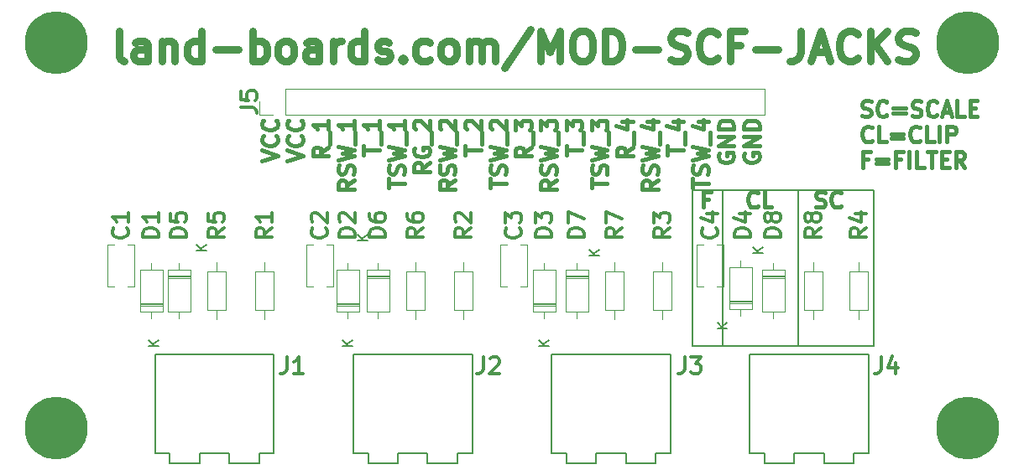
<source format=gto>
%TF.GenerationSoftware,KiCad,Pcbnew,(6.0.1)*%
%TF.CreationDate,2022-10-03T14:05:18-04:00*%
%TF.ProjectId,MOD-JACKS,4d4f442d-4a41-4434-9b53-2e6b69636164,rev?*%
%TF.SameCoordinates,Original*%
%TF.FileFunction,Legend,Top*%
%TF.FilePolarity,Positive*%
%FSLAX46Y46*%
G04 Gerber Fmt 4.6, Leading zero omitted, Abs format (unit mm)*
G04 Created by KiCad (PCBNEW (6.0.1)) date 2022-10-03 14:05:18*
%MOMM*%
%LPD*%
G01*
G04 APERTURE LIST*
%ADD10C,0.150000*%
%ADD11C,0.396875*%
%ADD12C,0.750000*%
%ADD13C,0.349250*%
%ADD14C,0.120000*%
%ADD15C,6.350000*%
G04 APERTURE END LIST*
D10*
X161290000Y-58928000D02*
X168910000Y-58928000D01*
X168910000Y-58928000D02*
X168910000Y-74676000D01*
X168910000Y-74676000D02*
X161290000Y-74676000D01*
X161290000Y-74676000D02*
X161290000Y-58928000D01*
X158242000Y-58928000D02*
X161290000Y-58928000D01*
X161290000Y-58928000D02*
X161290000Y-74676000D01*
X161290000Y-74676000D02*
X158242000Y-74676000D01*
X158242000Y-74676000D02*
X158242000Y-58928000D01*
X168910000Y-58928000D02*
X176530000Y-58928000D01*
X176530000Y-58928000D02*
X176530000Y-74676000D01*
X176530000Y-74676000D02*
X168910000Y-74676000D01*
X168910000Y-74676000D02*
X168910000Y-58928000D01*
D11*
X170681007Y-60586559D02*
X170907793Y-60662154D01*
X171285769Y-60662154D01*
X171436959Y-60586559D01*
X171512555Y-60510964D01*
X171588150Y-60359773D01*
X171588150Y-60208583D01*
X171512555Y-60057392D01*
X171436959Y-59981797D01*
X171285769Y-59906202D01*
X170983388Y-59830607D01*
X170832197Y-59755011D01*
X170756602Y-59679416D01*
X170681007Y-59528226D01*
X170681007Y-59377035D01*
X170756602Y-59225845D01*
X170832197Y-59150250D01*
X170983388Y-59074654D01*
X171361364Y-59074654D01*
X171588150Y-59150250D01*
X173175650Y-60510964D02*
X173100055Y-60586559D01*
X172873269Y-60662154D01*
X172722078Y-60662154D01*
X172495293Y-60586559D01*
X172344102Y-60435369D01*
X172268507Y-60284178D01*
X172192912Y-59981797D01*
X172192912Y-59755011D01*
X172268507Y-59452630D01*
X172344102Y-59301440D01*
X172495293Y-59150250D01*
X172722078Y-59074654D01*
X172873269Y-59074654D01*
X173100055Y-59150250D01*
X173175650Y-59225845D01*
X114803842Y-55950492D02*
X116391342Y-55421325D01*
X114803842Y-54892159D01*
X116240152Y-53455849D02*
X116315747Y-53531444D01*
X116391342Y-53758230D01*
X116391342Y-53909421D01*
X116315747Y-54136206D01*
X116164557Y-54287397D01*
X116013366Y-54362992D01*
X115710985Y-54438587D01*
X115484199Y-54438587D01*
X115181818Y-54362992D01*
X115030628Y-54287397D01*
X114879438Y-54136206D01*
X114803842Y-53909421D01*
X114803842Y-53758230D01*
X114879438Y-53531444D01*
X114955033Y-53455849D01*
X116240152Y-51868349D02*
X116315747Y-51943944D01*
X116391342Y-52170730D01*
X116391342Y-52321921D01*
X116315747Y-52548706D01*
X116164557Y-52699897D01*
X116013366Y-52775492D01*
X115710985Y-52851087D01*
X115484199Y-52851087D01*
X115181818Y-52775492D01*
X115030628Y-52699897D01*
X114879438Y-52548706D01*
X114803842Y-52321921D01*
X114803842Y-52170730D01*
X114879438Y-51943944D01*
X114955033Y-51868349D01*
X117359717Y-55950492D02*
X118947217Y-55421325D01*
X117359717Y-54892159D01*
X118796027Y-53455849D02*
X118871622Y-53531444D01*
X118947217Y-53758230D01*
X118947217Y-53909421D01*
X118871622Y-54136206D01*
X118720432Y-54287397D01*
X118569241Y-54362992D01*
X118266860Y-54438587D01*
X118040074Y-54438587D01*
X117737693Y-54362992D01*
X117586503Y-54287397D01*
X117435313Y-54136206D01*
X117359717Y-53909421D01*
X117359717Y-53758230D01*
X117435313Y-53531444D01*
X117510908Y-53455849D01*
X118796027Y-51868349D02*
X118871622Y-51943944D01*
X118947217Y-52170730D01*
X118947217Y-52321921D01*
X118871622Y-52548706D01*
X118720432Y-52699897D01*
X118569241Y-52775492D01*
X118266860Y-52851087D01*
X118040074Y-52851087D01*
X117737693Y-52775492D01*
X117586503Y-52699897D01*
X117435313Y-52548706D01*
X117359717Y-52321921D01*
X117359717Y-52170730D01*
X117435313Y-51943944D01*
X117510908Y-51868349D01*
X121503092Y-54589778D02*
X120747140Y-55118944D01*
X121503092Y-55496921D02*
X119915592Y-55496921D01*
X119915592Y-54892159D01*
X119991188Y-54740968D01*
X120066783Y-54665373D01*
X120217973Y-54589778D01*
X120444759Y-54589778D01*
X120595949Y-54665373D01*
X120671545Y-54740968D01*
X120747140Y-54892159D01*
X120747140Y-55496921D01*
X121654283Y-54287397D02*
X121654283Y-53077873D01*
X121503092Y-51868349D02*
X121503092Y-52775492D01*
X121503092Y-52321921D02*
X119915592Y-52321921D01*
X120142378Y-52473111D01*
X120293568Y-52624302D01*
X120369164Y-52775492D01*
X124058967Y-57915968D02*
X123303015Y-58445135D01*
X124058967Y-58823111D02*
X122471467Y-58823111D01*
X122471467Y-58218349D01*
X122547063Y-58067159D01*
X122622658Y-57991563D01*
X122773848Y-57915968D01*
X123000634Y-57915968D01*
X123151824Y-57991563D01*
X123227420Y-58067159D01*
X123303015Y-58218349D01*
X123303015Y-58823111D01*
X123983372Y-57311206D02*
X124058967Y-57084421D01*
X124058967Y-56706444D01*
X123983372Y-56555254D01*
X123907777Y-56479659D01*
X123756586Y-56404063D01*
X123605396Y-56404063D01*
X123454205Y-56479659D01*
X123378610Y-56555254D01*
X123303015Y-56706444D01*
X123227420Y-57008825D01*
X123151824Y-57160016D01*
X123076229Y-57235611D01*
X122925039Y-57311206D01*
X122773848Y-57311206D01*
X122622658Y-57235611D01*
X122547063Y-57160016D01*
X122471467Y-57008825D01*
X122471467Y-56630849D01*
X122547063Y-56404063D01*
X122471467Y-55874897D02*
X124058967Y-55496921D01*
X122925039Y-55194540D01*
X124058967Y-54892159D01*
X122471467Y-54514183D01*
X124210158Y-54287397D02*
X124210158Y-53077873D01*
X124058967Y-51868349D02*
X124058967Y-52775492D01*
X124058967Y-52321921D02*
X122471467Y-52321921D01*
X122698253Y-52473111D01*
X122849443Y-52624302D01*
X122925039Y-52775492D01*
X125027342Y-55345730D02*
X125027342Y-54438587D01*
X126614842Y-54892159D02*
X125027342Y-54892159D01*
X126766033Y-54287397D02*
X126766033Y-53077873D01*
X126614842Y-51868349D02*
X126614842Y-52775492D01*
X126614842Y-52321921D02*
X125027342Y-52321921D01*
X125254128Y-52473111D01*
X125405318Y-52624302D01*
X125480914Y-52775492D01*
X127583217Y-58671921D02*
X127583217Y-57764778D01*
X129170717Y-58218349D02*
X127583217Y-58218349D01*
X129095122Y-57311206D02*
X129170717Y-57084421D01*
X129170717Y-56706444D01*
X129095122Y-56555254D01*
X129019527Y-56479659D01*
X128868336Y-56404063D01*
X128717146Y-56404063D01*
X128565955Y-56479659D01*
X128490360Y-56555254D01*
X128414765Y-56706444D01*
X128339170Y-57008825D01*
X128263574Y-57160016D01*
X128187979Y-57235611D01*
X128036789Y-57311206D01*
X127885598Y-57311206D01*
X127734408Y-57235611D01*
X127658813Y-57160016D01*
X127583217Y-57008825D01*
X127583217Y-56630849D01*
X127658813Y-56404063D01*
X127583217Y-55874897D02*
X129170717Y-55496921D01*
X128036789Y-55194540D01*
X129170717Y-54892159D01*
X127583217Y-54514183D01*
X129321908Y-54287397D02*
X129321908Y-53077873D01*
X129170717Y-51868349D02*
X129170717Y-52775492D01*
X129170717Y-52321921D02*
X127583217Y-52321921D01*
X127810003Y-52473111D01*
X127961193Y-52624302D01*
X128036789Y-52775492D01*
X131726592Y-56177278D02*
X130970640Y-56706444D01*
X131726592Y-57084421D02*
X130139092Y-57084421D01*
X130139092Y-56479659D01*
X130214688Y-56328468D01*
X130290283Y-56252873D01*
X130441473Y-56177278D01*
X130668259Y-56177278D01*
X130819449Y-56252873D01*
X130895045Y-56328468D01*
X130970640Y-56479659D01*
X130970640Y-57084421D01*
X130214688Y-54665373D02*
X130139092Y-54816563D01*
X130139092Y-55043349D01*
X130214688Y-55270135D01*
X130365878Y-55421325D01*
X130517068Y-55496921D01*
X130819449Y-55572516D01*
X131046235Y-55572516D01*
X131348616Y-55496921D01*
X131499807Y-55421325D01*
X131650997Y-55270135D01*
X131726592Y-55043349D01*
X131726592Y-54892159D01*
X131650997Y-54665373D01*
X131575402Y-54589778D01*
X131046235Y-54589778D01*
X131046235Y-54892159D01*
X131877783Y-54287397D02*
X131877783Y-53077873D01*
X130290283Y-52775492D02*
X130214688Y-52699897D01*
X130139092Y-52548706D01*
X130139092Y-52170730D01*
X130214688Y-52019540D01*
X130290283Y-51943944D01*
X130441473Y-51868349D01*
X130592664Y-51868349D01*
X130819449Y-51943944D01*
X131726592Y-52851087D01*
X131726592Y-51868349D01*
X134282467Y-57915968D02*
X133526515Y-58445135D01*
X134282467Y-58823111D02*
X132694967Y-58823111D01*
X132694967Y-58218349D01*
X132770563Y-58067159D01*
X132846158Y-57991563D01*
X132997348Y-57915968D01*
X133224134Y-57915968D01*
X133375324Y-57991563D01*
X133450920Y-58067159D01*
X133526515Y-58218349D01*
X133526515Y-58823111D01*
X134206872Y-57311206D02*
X134282467Y-57084421D01*
X134282467Y-56706444D01*
X134206872Y-56555254D01*
X134131277Y-56479659D01*
X133980086Y-56404063D01*
X133828896Y-56404063D01*
X133677705Y-56479659D01*
X133602110Y-56555254D01*
X133526515Y-56706444D01*
X133450920Y-57008825D01*
X133375324Y-57160016D01*
X133299729Y-57235611D01*
X133148539Y-57311206D01*
X132997348Y-57311206D01*
X132846158Y-57235611D01*
X132770563Y-57160016D01*
X132694967Y-57008825D01*
X132694967Y-56630849D01*
X132770563Y-56404063D01*
X132694967Y-55874897D02*
X134282467Y-55496921D01*
X133148539Y-55194540D01*
X134282467Y-54892159D01*
X132694967Y-54514183D01*
X134433658Y-54287397D02*
X134433658Y-53077873D01*
X132846158Y-52775492D02*
X132770563Y-52699897D01*
X132694967Y-52548706D01*
X132694967Y-52170730D01*
X132770563Y-52019540D01*
X132846158Y-51943944D01*
X132997348Y-51868349D01*
X133148539Y-51868349D01*
X133375324Y-51943944D01*
X134282467Y-52851087D01*
X134282467Y-51868349D01*
X135250842Y-55345730D02*
X135250842Y-54438587D01*
X136838342Y-54892159D02*
X135250842Y-54892159D01*
X136989533Y-54287397D02*
X136989533Y-53077873D01*
X135402033Y-52775492D02*
X135326438Y-52699897D01*
X135250842Y-52548706D01*
X135250842Y-52170730D01*
X135326438Y-52019540D01*
X135402033Y-51943944D01*
X135553223Y-51868349D01*
X135704414Y-51868349D01*
X135931199Y-51943944D01*
X136838342Y-52851087D01*
X136838342Y-51868349D01*
X137806717Y-58671921D02*
X137806717Y-57764778D01*
X139394217Y-58218349D02*
X137806717Y-58218349D01*
X139318622Y-57311206D02*
X139394217Y-57084421D01*
X139394217Y-56706444D01*
X139318622Y-56555254D01*
X139243027Y-56479659D01*
X139091836Y-56404063D01*
X138940646Y-56404063D01*
X138789455Y-56479659D01*
X138713860Y-56555254D01*
X138638265Y-56706444D01*
X138562670Y-57008825D01*
X138487074Y-57160016D01*
X138411479Y-57235611D01*
X138260289Y-57311206D01*
X138109098Y-57311206D01*
X137957908Y-57235611D01*
X137882313Y-57160016D01*
X137806717Y-57008825D01*
X137806717Y-56630849D01*
X137882313Y-56404063D01*
X137806717Y-55874897D02*
X139394217Y-55496921D01*
X138260289Y-55194540D01*
X139394217Y-54892159D01*
X137806717Y-54514183D01*
X139545408Y-54287397D02*
X139545408Y-53077873D01*
X137957908Y-52775492D02*
X137882313Y-52699897D01*
X137806717Y-52548706D01*
X137806717Y-52170730D01*
X137882313Y-52019540D01*
X137957908Y-51943944D01*
X138109098Y-51868349D01*
X138260289Y-51868349D01*
X138487074Y-51943944D01*
X139394217Y-52851087D01*
X139394217Y-51868349D01*
X141950092Y-54589778D02*
X141194140Y-55118944D01*
X141950092Y-55496921D02*
X140362592Y-55496921D01*
X140362592Y-54892159D01*
X140438188Y-54740968D01*
X140513783Y-54665373D01*
X140664973Y-54589778D01*
X140891759Y-54589778D01*
X141042949Y-54665373D01*
X141118545Y-54740968D01*
X141194140Y-54892159D01*
X141194140Y-55496921D01*
X142101283Y-54287397D02*
X142101283Y-53077873D01*
X140362592Y-52851087D02*
X140362592Y-51868349D01*
X140967354Y-52397516D01*
X140967354Y-52170730D01*
X141042949Y-52019540D01*
X141118545Y-51943944D01*
X141269735Y-51868349D01*
X141647711Y-51868349D01*
X141798902Y-51943944D01*
X141874497Y-52019540D01*
X141950092Y-52170730D01*
X141950092Y-52624302D01*
X141874497Y-52775492D01*
X141798902Y-52851087D01*
X144505967Y-57915968D02*
X143750015Y-58445135D01*
X144505967Y-58823111D02*
X142918467Y-58823111D01*
X142918467Y-58218349D01*
X142994063Y-58067159D01*
X143069658Y-57991563D01*
X143220848Y-57915968D01*
X143447634Y-57915968D01*
X143598824Y-57991563D01*
X143674420Y-58067159D01*
X143750015Y-58218349D01*
X143750015Y-58823111D01*
X144430372Y-57311206D02*
X144505967Y-57084421D01*
X144505967Y-56706444D01*
X144430372Y-56555254D01*
X144354777Y-56479659D01*
X144203586Y-56404063D01*
X144052396Y-56404063D01*
X143901205Y-56479659D01*
X143825610Y-56555254D01*
X143750015Y-56706444D01*
X143674420Y-57008825D01*
X143598824Y-57160016D01*
X143523229Y-57235611D01*
X143372039Y-57311206D01*
X143220848Y-57311206D01*
X143069658Y-57235611D01*
X142994063Y-57160016D01*
X142918467Y-57008825D01*
X142918467Y-56630849D01*
X142994063Y-56404063D01*
X142918467Y-55874897D02*
X144505967Y-55496921D01*
X143372039Y-55194540D01*
X144505967Y-54892159D01*
X142918467Y-54514183D01*
X144657158Y-54287397D02*
X144657158Y-53077873D01*
X142918467Y-52851087D02*
X142918467Y-51868349D01*
X143523229Y-52397516D01*
X143523229Y-52170730D01*
X143598824Y-52019540D01*
X143674420Y-51943944D01*
X143825610Y-51868349D01*
X144203586Y-51868349D01*
X144354777Y-51943944D01*
X144430372Y-52019540D01*
X144505967Y-52170730D01*
X144505967Y-52624302D01*
X144430372Y-52775492D01*
X144354777Y-52851087D01*
X145474342Y-55345730D02*
X145474342Y-54438587D01*
X147061842Y-54892159D02*
X145474342Y-54892159D01*
X147213033Y-54287397D02*
X147213033Y-53077873D01*
X145474342Y-52851087D02*
X145474342Y-51868349D01*
X146079104Y-52397516D01*
X146079104Y-52170730D01*
X146154699Y-52019540D01*
X146230295Y-51943944D01*
X146381485Y-51868349D01*
X146759461Y-51868349D01*
X146910652Y-51943944D01*
X146986247Y-52019540D01*
X147061842Y-52170730D01*
X147061842Y-52624302D01*
X146986247Y-52775492D01*
X146910652Y-52851087D01*
X148030217Y-58671921D02*
X148030217Y-57764778D01*
X149617717Y-58218349D02*
X148030217Y-58218349D01*
X149542122Y-57311206D02*
X149617717Y-57084421D01*
X149617717Y-56706444D01*
X149542122Y-56555254D01*
X149466527Y-56479659D01*
X149315336Y-56404063D01*
X149164146Y-56404063D01*
X149012955Y-56479659D01*
X148937360Y-56555254D01*
X148861765Y-56706444D01*
X148786170Y-57008825D01*
X148710574Y-57160016D01*
X148634979Y-57235611D01*
X148483789Y-57311206D01*
X148332598Y-57311206D01*
X148181408Y-57235611D01*
X148105813Y-57160016D01*
X148030217Y-57008825D01*
X148030217Y-56630849D01*
X148105813Y-56404063D01*
X148030217Y-55874897D02*
X149617717Y-55496921D01*
X148483789Y-55194540D01*
X149617717Y-54892159D01*
X148030217Y-54514183D01*
X149768908Y-54287397D02*
X149768908Y-53077873D01*
X148030217Y-52851087D02*
X148030217Y-51868349D01*
X148634979Y-52397516D01*
X148634979Y-52170730D01*
X148710574Y-52019540D01*
X148786170Y-51943944D01*
X148937360Y-51868349D01*
X149315336Y-51868349D01*
X149466527Y-51943944D01*
X149542122Y-52019540D01*
X149617717Y-52170730D01*
X149617717Y-52624302D01*
X149542122Y-52775492D01*
X149466527Y-52851087D01*
X152173592Y-54589778D02*
X151417640Y-55118944D01*
X152173592Y-55496921D02*
X150586092Y-55496921D01*
X150586092Y-54892159D01*
X150661688Y-54740968D01*
X150737283Y-54665373D01*
X150888473Y-54589778D01*
X151115259Y-54589778D01*
X151266449Y-54665373D01*
X151342045Y-54740968D01*
X151417640Y-54892159D01*
X151417640Y-55496921D01*
X152324783Y-54287397D02*
X152324783Y-53077873D01*
X151115259Y-52019540D02*
X152173592Y-52019540D01*
X150510497Y-52397516D02*
X151644426Y-52775492D01*
X151644426Y-51792754D01*
X154729467Y-57915968D02*
X153973515Y-58445135D01*
X154729467Y-58823111D02*
X153141967Y-58823111D01*
X153141967Y-58218349D01*
X153217563Y-58067159D01*
X153293158Y-57991563D01*
X153444348Y-57915968D01*
X153671134Y-57915968D01*
X153822324Y-57991563D01*
X153897920Y-58067159D01*
X153973515Y-58218349D01*
X153973515Y-58823111D01*
X154653872Y-57311206D02*
X154729467Y-57084421D01*
X154729467Y-56706444D01*
X154653872Y-56555254D01*
X154578277Y-56479659D01*
X154427086Y-56404063D01*
X154275896Y-56404063D01*
X154124705Y-56479659D01*
X154049110Y-56555254D01*
X153973515Y-56706444D01*
X153897920Y-57008825D01*
X153822324Y-57160016D01*
X153746729Y-57235611D01*
X153595539Y-57311206D01*
X153444348Y-57311206D01*
X153293158Y-57235611D01*
X153217563Y-57160016D01*
X153141967Y-57008825D01*
X153141967Y-56630849D01*
X153217563Y-56404063D01*
X153141967Y-55874897D02*
X154729467Y-55496921D01*
X153595539Y-55194540D01*
X154729467Y-54892159D01*
X153141967Y-54514183D01*
X154880658Y-54287397D02*
X154880658Y-53077873D01*
X153671134Y-52019540D02*
X154729467Y-52019540D01*
X153066372Y-52397516D02*
X154200301Y-52775492D01*
X154200301Y-51792754D01*
X155697842Y-55345730D02*
X155697842Y-54438587D01*
X157285342Y-54892159D02*
X155697842Y-54892159D01*
X157436533Y-54287397D02*
X157436533Y-53077873D01*
X156227009Y-52019540D02*
X157285342Y-52019540D01*
X155622247Y-52397516D02*
X156756176Y-52775492D01*
X156756176Y-51792754D01*
X158253717Y-58671921D02*
X158253717Y-57764778D01*
X159841217Y-58218349D02*
X158253717Y-58218349D01*
X159765622Y-57311206D02*
X159841217Y-57084421D01*
X159841217Y-56706444D01*
X159765622Y-56555254D01*
X159690027Y-56479659D01*
X159538836Y-56404063D01*
X159387646Y-56404063D01*
X159236455Y-56479659D01*
X159160860Y-56555254D01*
X159085265Y-56706444D01*
X159009670Y-57008825D01*
X158934074Y-57160016D01*
X158858479Y-57235611D01*
X158707289Y-57311206D01*
X158556098Y-57311206D01*
X158404908Y-57235611D01*
X158329313Y-57160016D01*
X158253717Y-57008825D01*
X158253717Y-56630849D01*
X158329313Y-56404063D01*
X158253717Y-55874897D02*
X159841217Y-55496921D01*
X158707289Y-55194540D01*
X159841217Y-54892159D01*
X158253717Y-54514183D01*
X159992408Y-54287397D02*
X159992408Y-53077873D01*
X158782884Y-52019540D02*
X159841217Y-52019540D01*
X158178122Y-52397516D02*
X159312051Y-52775492D01*
X159312051Y-51792754D01*
X160885188Y-55194540D02*
X160809592Y-55345730D01*
X160809592Y-55572516D01*
X160885188Y-55799302D01*
X161036378Y-55950492D01*
X161187568Y-56026087D01*
X161489949Y-56101683D01*
X161716735Y-56101683D01*
X162019116Y-56026087D01*
X162170307Y-55950492D01*
X162321497Y-55799302D01*
X162397092Y-55572516D01*
X162397092Y-55421325D01*
X162321497Y-55194540D01*
X162245902Y-55118944D01*
X161716735Y-55118944D01*
X161716735Y-55421325D01*
X162397092Y-54438587D02*
X160809592Y-54438587D01*
X162397092Y-53531444D01*
X160809592Y-53531444D01*
X162397092Y-52775492D02*
X160809592Y-52775492D01*
X160809592Y-52397516D01*
X160885188Y-52170730D01*
X161036378Y-52019540D01*
X161187568Y-51943944D01*
X161489949Y-51868349D01*
X161716735Y-51868349D01*
X162019116Y-51943944D01*
X162170307Y-52019540D01*
X162321497Y-52170730D01*
X162397092Y-52397516D01*
X162397092Y-52775492D01*
X163441063Y-55194540D02*
X163365467Y-55345730D01*
X163365467Y-55572516D01*
X163441063Y-55799302D01*
X163592253Y-55950492D01*
X163743443Y-56026087D01*
X164045824Y-56101683D01*
X164272610Y-56101683D01*
X164574991Y-56026087D01*
X164726182Y-55950492D01*
X164877372Y-55799302D01*
X164952967Y-55572516D01*
X164952967Y-55421325D01*
X164877372Y-55194540D01*
X164801777Y-55118944D01*
X164272610Y-55118944D01*
X164272610Y-55421325D01*
X164952967Y-54438587D02*
X163365467Y-54438587D01*
X164952967Y-53531444D01*
X163365467Y-53531444D01*
X164952967Y-52775492D02*
X163365467Y-52775492D01*
X163365467Y-52397516D01*
X163441063Y-52170730D01*
X163592253Y-52019540D01*
X163743443Y-51943944D01*
X164045824Y-51868349D01*
X164272610Y-51868349D01*
X164574991Y-51943944D01*
X164726182Y-52019540D01*
X164877372Y-52170730D01*
X164952967Y-52397516D01*
X164952967Y-52775492D01*
X164778531Y-60510964D02*
X164702936Y-60586559D01*
X164476150Y-60662154D01*
X164324959Y-60662154D01*
X164098174Y-60586559D01*
X163946983Y-60435369D01*
X163871388Y-60284178D01*
X163795793Y-59981797D01*
X163795793Y-59755011D01*
X163871388Y-59452630D01*
X163946983Y-59301440D01*
X164098174Y-59150250D01*
X164324959Y-59074654D01*
X164476150Y-59074654D01*
X164702936Y-59150250D01*
X164778531Y-59225845D01*
X166214840Y-60662154D02*
X165458888Y-60662154D01*
X165458888Y-59074654D01*
X159816459Y-59830607D02*
X159287293Y-59830607D01*
X159287293Y-60662154D02*
X159287293Y-59074654D01*
X160043245Y-59074654D01*
X175312349Y-51426684D02*
X175539135Y-51502279D01*
X175917111Y-51502279D01*
X176068302Y-51426684D01*
X176143897Y-51351089D01*
X176219492Y-51199898D01*
X176219492Y-51048708D01*
X176143897Y-50897517D01*
X176068302Y-50821922D01*
X175917111Y-50746327D01*
X175614730Y-50670732D01*
X175463540Y-50595136D01*
X175387944Y-50519541D01*
X175312349Y-50368351D01*
X175312349Y-50217160D01*
X175387944Y-50065970D01*
X175463540Y-49990375D01*
X175614730Y-49914779D01*
X175992706Y-49914779D01*
X176219492Y-49990375D01*
X177806992Y-51351089D02*
X177731397Y-51426684D01*
X177504611Y-51502279D01*
X177353421Y-51502279D01*
X177126635Y-51426684D01*
X176975444Y-51275494D01*
X176899849Y-51124303D01*
X176824254Y-50821922D01*
X176824254Y-50595136D01*
X176899849Y-50292755D01*
X176975444Y-50141565D01*
X177126635Y-49990375D01*
X177353421Y-49914779D01*
X177504611Y-49914779D01*
X177731397Y-49990375D01*
X177806992Y-50065970D01*
X178487349Y-50670732D02*
X179696873Y-50670732D01*
X179696873Y-51124303D02*
X178487349Y-51124303D01*
X180377230Y-51426684D02*
X180604016Y-51502279D01*
X180981992Y-51502279D01*
X181133183Y-51426684D01*
X181208778Y-51351089D01*
X181284373Y-51199898D01*
X181284373Y-51048708D01*
X181208778Y-50897517D01*
X181133183Y-50821922D01*
X180981992Y-50746327D01*
X180679611Y-50670732D01*
X180528421Y-50595136D01*
X180452825Y-50519541D01*
X180377230Y-50368351D01*
X180377230Y-50217160D01*
X180452825Y-50065970D01*
X180528421Y-49990375D01*
X180679611Y-49914779D01*
X181057587Y-49914779D01*
X181284373Y-49990375D01*
X182871873Y-51351089D02*
X182796278Y-51426684D01*
X182569492Y-51502279D01*
X182418302Y-51502279D01*
X182191516Y-51426684D01*
X182040325Y-51275494D01*
X181964730Y-51124303D01*
X181889135Y-50821922D01*
X181889135Y-50595136D01*
X181964730Y-50292755D01*
X182040325Y-50141565D01*
X182191516Y-49990375D01*
X182418302Y-49914779D01*
X182569492Y-49914779D01*
X182796278Y-49990375D01*
X182871873Y-50065970D01*
X183476635Y-51048708D02*
X184232587Y-51048708D01*
X183325444Y-51502279D02*
X183854611Y-49914779D01*
X184383778Y-51502279D01*
X185668897Y-51502279D02*
X184912944Y-51502279D01*
X184912944Y-49914779D01*
X186198063Y-50670732D02*
X186727230Y-50670732D01*
X186954016Y-51502279D02*
X186198063Y-51502279D01*
X186198063Y-49914779D01*
X186954016Y-49914779D01*
X176295087Y-53906964D02*
X176219492Y-53982559D01*
X175992706Y-54058154D01*
X175841516Y-54058154D01*
X175614730Y-53982559D01*
X175463540Y-53831369D01*
X175387944Y-53680178D01*
X175312349Y-53377797D01*
X175312349Y-53151011D01*
X175387944Y-52848630D01*
X175463540Y-52697440D01*
X175614730Y-52546250D01*
X175841516Y-52470654D01*
X175992706Y-52470654D01*
X176219492Y-52546250D01*
X176295087Y-52621845D01*
X177731397Y-54058154D02*
X176975444Y-54058154D01*
X176975444Y-52470654D01*
X178260563Y-53226607D02*
X179470087Y-53226607D01*
X179470087Y-53680178D02*
X178260563Y-53680178D01*
X181133183Y-53906964D02*
X181057587Y-53982559D01*
X180830802Y-54058154D01*
X180679611Y-54058154D01*
X180452825Y-53982559D01*
X180301635Y-53831369D01*
X180226040Y-53680178D01*
X180150444Y-53377797D01*
X180150444Y-53151011D01*
X180226040Y-52848630D01*
X180301635Y-52697440D01*
X180452825Y-52546250D01*
X180679611Y-52470654D01*
X180830802Y-52470654D01*
X181057587Y-52546250D01*
X181133183Y-52621845D01*
X182569492Y-54058154D02*
X181813540Y-54058154D01*
X181813540Y-52470654D01*
X183098659Y-54058154D02*
X183098659Y-52470654D01*
X183854611Y-54058154D02*
X183854611Y-52470654D01*
X184459373Y-52470654D01*
X184610563Y-52546250D01*
X184686159Y-52621845D01*
X184761754Y-52773035D01*
X184761754Y-52999821D01*
X184686159Y-53151011D01*
X184610563Y-53226607D01*
X184459373Y-53302202D01*
X183854611Y-53302202D01*
X175917111Y-55782482D02*
X175387944Y-55782482D01*
X175387944Y-56614029D02*
X175387944Y-55026529D01*
X176143897Y-55026529D01*
X176748659Y-55782482D02*
X177958183Y-55782482D01*
X177958183Y-56236053D02*
X176748659Y-56236053D01*
X179243302Y-55782482D02*
X178714135Y-55782482D01*
X178714135Y-56614029D02*
X178714135Y-55026529D01*
X179470087Y-55026529D01*
X180074849Y-56614029D02*
X180074849Y-55026529D01*
X181586754Y-56614029D02*
X180830802Y-56614029D01*
X180830802Y-55026529D01*
X181889135Y-55026529D02*
X182796278Y-55026529D01*
X182342706Y-56614029D02*
X182342706Y-55026529D01*
X183325444Y-55782482D02*
X183854611Y-55782482D01*
X184081397Y-56614029D02*
X183325444Y-56614029D01*
X183325444Y-55026529D01*
X184081397Y-55026529D01*
X185668897Y-56614029D02*
X185139730Y-55858077D01*
X184761754Y-56614029D02*
X184761754Y-55026529D01*
X185366516Y-55026529D01*
X185517706Y-55102125D01*
X185593302Y-55177720D01*
X185668897Y-55328910D01*
X185668897Y-55555696D01*
X185593302Y-55706886D01*
X185517706Y-55782482D01*
X185366516Y-55858077D01*
X184761754Y-55858077D01*
D12*
X100857154Y-45857155D02*
X100571439Y-45714298D01*
X100428582Y-45428584D01*
X100428582Y-42857156D01*
X103285724Y-45857155D02*
X103285724Y-44285727D01*
X103142867Y-44000013D01*
X102857153Y-43857156D01*
X102285725Y-43857156D01*
X102000010Y-44000013D01*
X103285724Y-45714298D02*
X103000010Y-45857155D01*
X102285725Y-45857155D01*
X102000010Y-45714298D01*
X101857153Y-45428584D01*
X101857153Y-45142869D01*
X102000010Y-44857155D01*
X102285725Y-44714298D01*
X103000010Y-44714298D01*
X103285724Y-44571441D01*
X104714295Y-43857156D02*
X104714295Y-45857155D01*
X104714295Y-44142870D02*
X104857152Y-44000013D01*
X105142866Y-43857156D01*
X105571438Y-43857156D01*
X105857152Y-44000013D01*
X106000009Y-44285727D01*
X106000009Y-45857155D01*
X108714294Y-45857155D02*
X108714294Y-42857156D01*
X108714294Y-45714298D02*
X108428580Y-45857155D01*
X107857151Y-45857155D01*
X107571437Y-45714298D01*
X107428580Y-45571441D01*
X107285723Y-45285727D01*
X107285723Y-44428584D01*
X107428580Y-44142870D01*
X107571437Y-44000013D01*
X107857151Y-43857156D01*
X108428580Y-43857156D01*
X108714294Y-44000013D01*
X110142865Y-44714298D02*
X112428578Y-44714298D01*
X113857149Y-45857155D02*
X113857149Y-42857156D01*
X113857149Y-44000013D02*
X114142863Y-43857156D01*
X114714292Y-43857156D01*
X115000006Y-44000013D01*
X115142863Y-44142870D01*
X115285720Y-44428584D01*
X115285720Y-45285727D01*
X115142863Y-45571441D01*
X115000006Y-45714298D01*
X114714292Y-45857155D01*
X114142863Y-45857155D01*
X113857149Y-45714298D01*
X117000005Y-45857155D02*
X116714291Y-45714298D01*
X116571434Y-45571441D01*
X116428577Y-45285727D01*
X116428577Y-44428584D01*
X116571434Y-44142870D01*
X116714291Y-44000013D01*
X117000005Y-43857156D01*
X117428577Y-43857156D01*
X117714291Y-44000013D01*
X117857148Y-44142870D01*
X118000005Y-44428584D01*
X118000005Y-45285727D01*
X117857148Y-45571441D01*
X117714291Y-45714298D01*
X117428577Y-45857155D01*
X117000005Y-45857155D01*
X120571433Y-45857155D02*
X120571433Y-44285727D01*
X120428576Y-44000013D01*
X120142861Y-43857156D01*
X119571433Y-43857156D01*
X119285719Y-44000013D01*
X120571433Y-45714298D02*
X120285719Y-45857155D01*
X119571433Y-45857155D01*
X119285719Y-45714298D01*
X119142862Y-45428584D01*
X119142862Y-45142869D01*
X119285719Y-44857155D01*
X119571433Y-44714298D01*
X120285719Y-44714298D01*
X120571433Y-44571441D01*
X122000004Y-45857155D02*
X122000004Y-43857156D01*
X122000004Y-44428584D02*
X122142861Y-44142870D01*
X122285718Y-44000013D01*
X122571432Y-43857156D01*
X122857146Y-43857156D01*
X125142860Y-45857155D02*
X125142860Y-42857156D01*
X125142860Y-45714298D02*
X124857146Y-45857155D01*
X124285717Y-45857155D01*
X124000003Y-45714298D01*
X123857146Y-45571441D01*
X123714289Y-45285727D01*
X123714289Y-44428584D01*
X123857146Y-44142870D01*
X124000003Y-44000013D01*
X124285717Y-43857156D01*
X124857146Y-43857156D01*
X125142860Y-44000013D01*
X126428574Y-45714298D02*
X126714288Y-45857155D01*
X127285716Y-45857155D01*
X127571430Y-45714298D01*
X127714287Y-45428584D01*
X127714287Y-45285727D01*
X127571430Y-45000012D01*
X127285716Y-44857155D01*
X126857145Y-44857155D01*
X126571431Y-44714298D01*
X126428574Y-44428584D01*
X126428574Y-44285727D01*
X126571431Y-44000013D01*
X126857145Y-43857156D01*
X127285716Y-43857156D01*
X127571430Y-44000013D01*
X129000001Y-45571441D02*
X129142858Y-45714298D01*
X129000001Y-45857155D01*
X128857144Y-45714298D01*
X129000001Y-45571441D01*
X129000001Y-45857155D01*
X131714286Y-45714298D02*
X131428572Y-45857155D01*
X130857144Y-45857155D01*
X130571429Y-45714298D01*
X130428572Y-45571441D01*
X130285715Y-45285727D01*
X130285715Y-44428584D01*
X130428572Y-44142870D01*
X130571429Y-44000013D01*
X130857144Y-43857156D01*
X131428572Y-43857156D01*
X131714286Y-44000013D01*
X133428571Y-45857155D02*
X133142857Y-45714298D01*
X133000000Y-45571441D01*
X132857143Y-45285727D01*
X132857143Y-44428584D01*
X133000000Y-44142870D01*
X133142857Y-44000013D01*
X133428571Y-43857156D01*
X133857143Y-43857156D01*
X134142857Y-44000013D01*
X134285714Y-44142870D01*
X134428571Y-44428584D01*
X134428571Y-45285727D01*
X134285714Y-45571441D01*
X134142857Y-45714298D01*
X133857143Y-45857155D01*
X133428571Y-45857155D01*
X135714285Y-45857155D02*
X135714285Y-43857156D01*
X135714285Y-44142870D02*
X135857142Y-44000013D01*
X136142856Y-43857156D01*
X136571427Y-43857156D01*
X136857142Y-44000013D01*
X136999999Y-44285727D01*
X136999999Y-45857155D01*
X136999999Y-44285727D02*
X137142856Y-44000013D01*
X137428570Y-43857156D01*
X137857141Y-43857156D01*
X138142855Y-44000013D01*
X138285713Y-44285727D01*
X138285713Y-45857155D01*
X141857140Y-42714299D02*
X139285712Y-46571440D01*
X142857140Y-45857155D02*
X142857140Y-42857156D01*
X143857139Y-45000012D01*
X144857139Y-42857156D01*
X144857139Y-45857155D01*
X146857138Y-42857156D02*
X147428567Y-42857156D01*
X147714281Y-43000013D01*
X147999995Y-43285727D01*
X148142852Y-43857156D01*
X148142852Y-44857155D01*
X147999995Y-45428584D01*
X147714281Y-45714298D01*
X147428567Y-45857155D01*
X146857138Y-45857155D01*
X146571424Y-45714298D01*
X146285710Y-45428584D01*
X146142853Y-44857155D01*
X146142853Y-43857156D01*
X146285710Y-43285727D01*
X146571424Y-43000013D01*
X146857138Y-42857156D01*
X149428566Y-45857155D02*
X149428566Y-42857156D01*
X150142851Y-42857156D01*
X150571423Y-43000013D01*
X150857137Y-43285727D01*
X150999994Y-43571441D01*
X151142851Y-44142870D01*
X151142851Y-44571441D01*
X150999994Y-45142869D01*
X150857137Y-45428584D01*
X150571423Y-45714298D01*
X150142851Y-45857155D01*
X149428566Y-45857155D01*
X152428565Y-44714298D02*
X154714278Y-44714298D01*
X155999992Y-45714298D02*
X156428564Y-45857155D01*
X157142849Y-45857155D01*
X157428563Y-45714298D01*
X157571420Y-45571441D01*
X157714277Y-45285727D01*
X157714277Y-45000012D01*
X157571420Y-44714298D01*
X157428563Y-44571441D01*
X157142849Y-44428584D01*
X156571421Y-44285727D01*
X156285707Y-44142870D01*
X156142849Y-44000013D01*
X155999992Y-43714298D01*
X155999992Y-43428584D01*
X156142849Y-43142870D01*
X156285707Y-43000013D01*
X156571421Y-42857156D01*
X157285706Y-42857156D01*
X157714277Y-43000013D01*
X160714276Y-45571441D02*
X160571419Y-45714298D01*
X160142848Y-45857155D01*
X159857134Y-45857155D01*
X159428563Y-45714298D01*
X159142848Y-45428584D01*
X158999991Y-45142869D01*
X158857134Y-44571441D01*
X158857134Y-44142870D01*
X158999991Y-43571441D01*
X159142848Y-43285727D01*
X159428563Y-43000013D01*
X159857134Y-42857156D01*
X160142848Y-42857156D01*
X160571419Y-43000013D01*
X160714276Y-43142870D01*
X162999990Y-44285727D02*
X161999990Y-44285727D01*
X161999990Y-45857155D02*
X161999990Y-42857156D01*
X163428561Y-42857156D01*
X164571418Y-44714298D02*
X166857132Y-44714298D01*
X169142845Y-42857156D02*
X169142845Y-45000012D01*
X168999988Y-45428584D01*
X168714274Y-45714298D01*
X168285703Y-45857155D01*
X167999988Y-45857155D01*
X170428559Y-45000012D02*
X171857130Y-45000012D01*
X170142845Y-45857155D02*
X171142844Y-42857156D01*
X172142844Y-45857155D01*
X174857129Y-45571441D02*
X174714272Y-45714298D01*
X174285701Y-45857155D01*
X173999986Y-45857155D01*
X173571415Y-45714298D01*
X173285701Y-45428584D01*
X173142844Y-45142869D01*
X172999987Y-44571441D01*
X172999987Y-44142870D01*
X173142844Y-43571441D01*
X173285701Y-43285727D01*
X173571415Y-43000013D01*
X173999986Y-42857156D01*
X174285701Y-42857156D01*
X174714272Y-43000013D01*
X174857129Y-43142870D01*
X176142843Y-45857155D02*
X176142843Y-42857156D01*
X177857128Y-45857155D02*
X176571414Y-44142870D01*
X177857128Y-42857156D02*
X176142843Y-44571441D01*
X178999985Y-45714298D02*
X179428556Y-45857155D01*
X180142841Y-45857155D01*
X180428556Y-45714298D01*
X180571413Y-45571441D01*
X180714270Y-45285727D01*
X180714270Y-45000012D01*
X180571413Y-44714298D01*
X180428556Y-44571441D01*
X180142841Y-44428584D01*
X179571413Y-44285727D01*
X179285699Y-44142870D01*
X179142842Y-44000013D01*
X178999985Y-43714298D01*
X178999985Y-43428584D01*
X179142842Y-43142870D01*
X179285699Y-43000013D01*
X179571413Y-42857156D01*
X180285699Y-42857156D01*
X180714270Y-43000013D01*
D13*
%TO.C,R8*%
X171180880Y-62759166D02*
X170394690Y-63309500D01*
X171180880Y-63702595D02*
X169529880Y-63702595D01*
X169529880Y-63073642D01*
X169608500Y-62916404D01*
X169687119Y-62837785D01*
X169844357Y-62759166D01*
X170080214Y-62759166D01*
X170237452Y-62837785D01*
X170316071Y-62916404D01*
X170394690Y-63073642D01*
X170394690Y-63702595D01*
X170237452Y-61815738D02*
X170158833Y-61972976D01*
X170080214Y-62051595D01*
X169922976Y-62130214D01*
X169844357Y-62130214D01*
X169687119Y-62051595D01*
X169608500Y-61972976D01*
X169529880Y-61815738D01*
X169529880Y-61501261D01*
X169608500Y-61344023D01*
X169687119Y-61265404D01*
X169844357Y-61186785D01*
X169922976Y-61186785D01*
X170080214Y-61265404D01*
X170158833Y-61344023D01*
X170237452Y-61501261D01*
X170237452Y-61815738D01*
X170316071Y-61972976D01*
X170394690Y-62051595D01*
X170551928Y-62130214D01*
X170866404Y-62130214D01*
X171023642Y-62051595D01*
X171102261Y-61972976D01*
X171180880Y-61815738D01*
X171180880Y-61501261D01*
X171102261Y-61344023D01*
X171023642Y-61265404D01*
X170866404Y-61186785D01*
X170551928Y-61186785D01*
X170394690Y-61265404D01*
X170316071Y-61344023D01*
X170237452Y-61501261D01*
%TO.C,J2*%
X137117666Y-75803880D02*
X137117666Y-76983166D01*
X137039047Y-77219023D01*
X136881809Y-77376261D01*
X136645952Y-77454880D01*
X136488714Y-77454880D01*
X137825238Y-75961119D02*
X137903857Y-75882500D01*
X138061095Y-75803880D01*
X138454190Y-75803880D01*
X138611428Y-75882500D01*
X138690047Y-75961119D01*
X138768666Y-76118357D01*
X138768666Y-76275595D01*
X138690047Y-76511452D01*
X137746619Y-77454880D01*
X138768666Y-77454880D01*
%TO.C,D8*%
X167116880Y-63702595D02*
X165465880Y-63702595D01*
X165465880Y-63309500D01*
X165544500Y-63073642D01*
X165701738Y-62916404D01*
X165858976Y-62837785D01*
X166173452Y-62759166D01*
X166409309Y-62759166D01*
X166723785Y-62837785D01*
X166881023Y-62916404D01*
X167038261Y-63073642D01*
X167116880Y-63309500D01*
X167116880Y-63702595D01*
X166173452Y-61815738D02*
X166094833Y-61972976D01*
X166016214Y-62051595D01*
X165858976Y-62130214D01*
X165780357Y-62130214D01*
X165623119Y-62051595D01*
X165544500Y-61972976D01*
X165465880Y-61815738D01*
X165465880Y-61501261D01*
X165544500Y-61344023D01*
X165623119Y-61265404D01*
X165780357Y-61186785D01*
X165858976Y-61186785D01*
X166016214Y-61265404D01*
X166094833Y-61344023D01*
X166173452Y-61501261D01*
X166173452Y-61815738D01*
X166252071Y-61972976D01*
X166330690Y-62051595D01*
X166487928Y-62130214D01*
X166802404Y-62130214D01*
X166959642Y-62051595D01*
X167038261Y-61972976D01*
X167116880Y-61815738D01*
X167116880Y-61501261D01*
X167038261Y-61344023D01*
X166959642Y-61265404D01*
X166802404Y-61186785D01*
X166487928Y-61186785D01*
X166330690Y-61265404D01*
X166252071Y-61344023D01*
X166173452Y-61501261D01*
D10*
X165298380Y-65285904D02*
X164298380Y-65285904D01*
X165298380Y-64714476D02*
X164726952Y-65143047D01*
X164298380Y-64714476D02*
X164869809Y-65285904D01*
D13*
%TO.C,R1*%
X115808880Y-62759166D02*
X115022690Y-63309500D01*
X115808880Y-63702595D02*
X114157880Y-63702595D01*
X114157880Y-63073642D01*
X114236500Y-62916404D01*
X114315119Y-62837785D01*
X114472357Y-62759166D01*
X114708214Y-62759166D01*
X114865452Y-62837785D01*
X114944071Y-62916404D01*
X115022690Y-63073642D01*
X115022690Y-63702595D01*
X115808880Y-61186785D02*
X115808880Y-62130214D01*
X115808880Y-61658500D02*
X114157880Y-61658500D01*
X114393738Y-61815738D01*
X114550976Y-61972976D01*
X114629595Y-62130214D01*
%TO.C,D4*%
X164068880Y-63702595D02*
X162417880Y-63702595D01*
X162417880Y-63309500D01*
X162496500Y-63073642D01*
X162653738Y-62916404D01*
X162810976Y-62837785D01*
X163125452Y-62759166D01*
X163361309Y-62759166D01*
X163675785Y-62837785D01*
X163833023Y-62916404D01*
X163990261Y-63073642D01*
X164068880Y-63309500D01*
X164068880Y-63702595D01*
X162968214Y-61344023D02*
X164068880Y-61344023D01*
X162339261Y-61737119D02*
X163518547Y-62130214D01*
X163518547Y-61108166D01*
D10*
X161720380Y-72905904D02*
X160720380Y-72905904D01*
X161720380Y-72334476D02*
X161148952Y-72763047D01*
X160720380Y-72334476D02*
X161291809Y-72905904D01*
D13*
%TO.C,R3*%
X155940880Y-62759166D02*
X155154690Y-63309500D01*
X155940880Y-63702595D02*
X154289880Y-63702595D01*
X154289880Y-63073642D01*
X154368500Y-62916404D01*
X154447119Y-62837785D01*
X154604357Y-62759166D01*
X154840214Y-62759166D01*
X154997452Y-62837785D01*
X155076071Y-62916404D01*
X155154690Y-63073642D01*
X155154690Y-63702595D01*
X154289880Y-62208833D02*
X154289880Y-61186785D01*
X154918833Y-61737119D01*
X154918833Y-61501261D01*
X154997452Y-61344023D01*
X155076071Y-61265404D01*
X155233309Y-61186785D01*
X155626404Y-61186785D01*
X155783642Y-61265404D01*
X155862261Y-61344023D01*
X155940880Y-61501261D01*
X155940880Y-61972976D01*
X155862261Y-62130214D01*
X155783642Y-62208833D01*
%TO.C,D5*%
X107172880Y-63702595D02*
X105521880Y-63702595D01*
X105521880Y-63309500D01*
X105600500Y-63073642D01*
X105757738Y-62916404D01*
X105914976Y-62837785D01*
X106229452Y-62759166D01*
X106465309Y-62759166D01*
X106779785Y-62837785D01*
X106937023Y-62916404D01*
X107094261Y-63073642D01*
X107172880Y-63309500D01*
X107172880Y-63702595D01*
X105521880Y-61265404D02*
X105521880Y-62051595D01*
X106308071Y-62130214D01*
X106229452Y-62051595D01*
X106150833Y-61894357D01*
X106150833Y-61501261D01*
X106229452Y-61344023D01*
X106308071Y-61265404D01*
X106465309Y-61186785D01*
X106858404Y-61186785D01*
X107015642Y-61265404D01*
X107094261Y-61344023D01*
X107172880Y-61501261D01*
X107172880Y-61894357D01*
X107094261Y-62051595D01*
X107015642Y-62130214D01*
D10*
X109164380Y-65031904D02*
X108164380Y-65031904D01*
X109164380Y-64460476D02*
X108592952Y-64889047D01*
X108164380Y-64460476D02*
X108735809Y-65031904D01*
D13*
%TO.C,C3*%
X140797642Y-62759166D02*
X140876261Y-62837785D01*
X140954880Y-63073642D01*
X140954880Y-63230880D01*
X140876261Y-63466738D01*
X140719023Y-63623976D01*
X140561785Y-63702595D01*
X140247309Y-63781214D01*
X140011452Y-63781214D01*
X139696976Y-63702595D01*
X139539738Y-63623976D01*
X139382500Y-63466738D01*
X139303880Y-63230880D01*
X139303880Y-63073642D01*
X139382500Y-62837785D01*
X139461119Y-62759166D01*
X139303880Y-62208833D02*
X139303880Y-61186785D01*
X139932833Y-61737119D01*
X139932833Y-61501261D01*
X140011452Y-61344023D01*
X140090071Y-61265404D01*
X140247309Y-61186785D01*
X140640404Y-61186785D01*
X140797642Y-61265404D01*
X140876261Y-61344023D01*
X140954880Y-61501261D01*
X140954880Y-61972976D01*
X140876261Y-62130214D01*
X140797642Y-62208833D01*
%TO.C,D2*%
X124190880Y-63702595D02*
X122539880Y-63702595D01*
X122539880Y-63309500D01*
X122618500Y-63073642D01*
X122775738Y-62916404D01*
X122932976Y-62837785D01*
X123247452Y-62759166D01*
X123483309Y-62759166D01*
X123797785Y-62837785D01*
X123955023Y-62916404D01*
X124112261Y-63073642D01*
X124190880Y-63309500D01*
X124190880Y-63702595D01*
X122697119Y-62130214D02*
X122618500Y-62051595D01*
X122539880Y-61894357D01*
X122539880Y-61501261D01*
X122618500Y-61344023D01*
X122697119Y-61265404D01*
X122854357Y-61186785D01*
X123011595Y-61186785D01*
X123247452Y-61265404D01*
X124190880Y-62208833D01*
X124190880Y-61186785D01*
D10*
X123896380Y-74683904D02*
X122896380Y-74683904D01*
X123896380Y-74112476D02*
X123324952Y-74541047D01*
X122896380Y-74112476D02*
X123467809Y-74683904D01*
D13*
%TO.C,D1*%
X104378880Y-63702595D02*
X102727880Y-63702595D01*
X102727880Y-63309500D01*
X102806500Y-63073642D01*
X102963738Y-62916404D01*
X103120976Y-62837785D01*
X103435452Y-62759166D01*
X103671309Y-62759166D01*
X103985785Y-62837785D01*
X104143023Y-62916404D01*
X104300261Y-63073642D01*
X104378880Y-63309500D01*
X104378880Y-63702595D01*
X104378880Y-61186785D02*
X104378880Y-62130214D01*
X104378880Y-61658500D02*
X102727880Y-61658500D01*
X102963738Y-61815738D01*
X103120976Y-61972976D01*
X103199595Y-62130214D01*
D10*
X104338380Y-74683904D02*
X103338380Y-74683904D01*
X104338380Y-74112476D02*
X103766952Y-74541047D01*
X103338380Y-74112476D02*
X103909809Y-74683904D01*
D13*
%TO.C,D3*%
X144002880Y-63702595D02*
X142351880Y-63702595D01*
X142351880Y-63309500D01*
X142430500Y-63073642D01*
X142587738Y-62916404D01*
X142744976Y-62837785D01*
X143059452Y-62759166D01*
X143295309Y-62759166D01*
X143609785Y-62837785D01*
X143767023Y-62916404D01*
X143924261Y-63073642D01*
X144002880Y-63309500D01*
X144002880Y-63702595D01*
X142351880Y-62208833D02*
X142351880Y-61186785D01*
X142980833Y-61737119D01*
X142980833Y-61501261D01*
X143059452Y-61344023D01*
X143138071Y-61265404D01*
X143295309Y-61186785D01*
X143688404Y-61186785D01*
X143845642Y-61265404D01*
X143924261Y-61344023D01*
X144002880Y-61501261D01*
X144002880Y-61972976D01*
X143924261Y-62130214D01*
X143845642Y-62208833D01*
D10*
X143708380Y-74683904D02*
X142708380Y-74683904D01*
X143708380Y-74112476D02*
X143136952Y-74541047D01*
X142708380Y-74112476D02*
X143279809Y-74683904D01*
D13*
%TO.C,D6*%
X127238880Y-63702595D02*
X125587880Y-63702595D01*
X125587880Y-63309500D01*
X125666500Y-63073642D01*
X125823738Y-62916404D01*
X125980976Y-62837785D01*
X126295452Y-62759166D01*
X126531309Y-62759166D01*
X126845785Y-62837785D01*
X127003023Y-62916404D01*
X127160261Y-63073642D01*
X127238880Y-63309500D01*
X127238880Y-63702595D01*
X125587880Y-61344023D02*
X125587880Y-61658500D01*
X125666500Y-61815738D01*
X125745119Y-61894357D01*
X125980976Y-62051595D01*
X126295452Y-62130214D01*
X126924404Y-62130214D01*
X127081642Y-62051595D01*
X127160261Y-61972976D01*
X127238880Y-61815738D01*
X127238880Y-61501261D01*
X127160261Y-61344023D01*
X127081642Y-61265404D01*
X126924404Y-61186785D01*
X126531309Y-61186785D01*
X126374071Y-61265404D01*
X126295452Y-61344023D01*
X126216833Y-61501261D01*
X126216833Y-61815738D01*
X126295452Y-61972976D01*
X126374071Y-62051595D01*
X126531309Y-62130214D01*
D10*
X125420380Y-64015904D02*
X124420380Y-64015904D01*
X125420380Y-63444476D02*
X124848952Y-63873047D01*
X124420380Y-63444476D02*
X124991809Y-64015904D01*
D13*
%TO.C,D7*%
X147304880Y-63702595D02*
X145653880Y-63702595D01*
X145653880Y-63309500D01*
X145732500Y-63073642D01*
X145889738Y-62916404D01*
X146046976Y-62837785D01*
X146361452Y-62759166D01*
X146597309Y-62759166D01*
X146911785Y-62837785D01*
X147069023Y-62916404D01*
X147226261Y-63073642D01*
X147304880Y-63309500D01*
X147304880Y-63702595D01*
X145653880Y-62208833D02*
X145653880Y-61108166D01*
X147304880Y-61815738D01*
D10*
X148810380Y-65539904D02*
X147810380Y-65539904D01*
X148810380Y-64968476D02*
X148238952Y-65397047D01*
X147810380Y-64968476D02*
X148381809Y-65539904D01*
D13*
%TO.C,R6*%
X131048880Y-62759166D02*
X130262690Y-63309500D01*
X131048880Y-63702595D02*
X129397880Y-63702595D01*
X129397880Y-63073642D01*
X129476500Y-62916404D01*
X129555119Y-62837785D01*
X129712357Y-62759166D01*
X129948214Y-62759166D01*
X130105452Y-62837785D01*
X130184071Y-62916404D01*
X130262690Y-63073642D01*
X130262690Y-63702595D01*
X129397880Y-61344023D02*
X129397880Y-61658500D01*
X129476500Y-61815738D01*
X129555119Y-61894357D01*
X129790976Y-62051595D01*
X130105452Y-62130214D01*
X130734404Y-62130214D01*
X130891642Y-62051595D01*
X130970261Y-61972976D01*
X131048880Y-61815738D01*
X131048880Y-61501261D01*
X130970261Y-61344023D01*
X130891642Y-61265404D01*
X130734404Y-61186785D01*
X130341309Y-61186785D01*
X130184071Y-61265404D01*
X130105452Y-61344023D01*
X130026833Y-61501261D01*
X130026833Y-61815738D01*
X130105452Y-61972976D01*
X130184071Y-62051595D01*
X130341309Y-62130214D01*
%TO.C,J4*%
X177249666Y-75803880D02*
X177249666Y-76983166D01*
X177171047Y-77219023D01*
X177013809Y-77376261D01*
X176777952Y-77454880D01*
X176620714Y-77454880D01*
X178743428Y-76354214D02*
X178743428Y-77454880D01*
X178350333Y-75725261D02*
X177957238Y-76904547D01*
X178979285Y-76904547D01*
%TO.C,J5*%
X112640880Y-50550333D02*
X113820166Y-50550333D01*
X114056023Y-50628952D01*
X114213261Y-50786190D01*
X114291880Y-51022047D01*
X114291880Y-51179285D01*
X112640880Y-48977952D02*
X112640880Y-49764142D01*
X113427071Y-49842761D01*
X113348452Y-49764142D01*
X113269833Y-49606904D01*
X113269833Y-49213809D01*
X113348452Y-49056571D01*
X113427071Y-48977952D01*
X113584309Y-48899333D01*
X113977404Y-48899333D01*
X114134642Y-48977952D01*
X114213261Y-49056571D01*
X114291880Y-49213809D01*
X114291880Y-49606904D01*
X114213261Y-49764142D01*
X114134642Y-49842761D01*
%TO.C,J1*%
X117305666Y-75803880D02*
X117305666Y-76983166D01*
X117227047Y-77219023D01*
X117069809Y-77376261D01*
X116833952Y-77454880D01*
X116676714Y-77454880D01*
X118956666Y-77454880D02*
X118013238Y-77454880D01*
X118484952Y-77454880D02*
X118484952Y-75803880D01*
X118327714Y-76039738D01*
X118170476Y-76196976D01*
X118013238Y-76275595D01*
%TO.C,C1*%
X101173642Y-62759166D02*
X101252261Y-62837785D01*
X101330880Y-63073642D01*
X101330880Y-63230880D01*
X101252261Y-63466738D01*
X101095023Y-63623976D01*
X100937785Y-63702595D01*
X100623309Y-63781214D01*
X100387452Y-63781214D01*
X100072976Y-63702595D01*
X99915738Y-63623976D01*
X99758500Y-63466738D01*
X99679880Y-63230880D01*
X99679880Y-63073642D01*
X99758500Y-62837785D01*
X99837119Y-62759166D01*
X101330880Y-61186785D02*
X101330880Y-62130214D01*
X101330880Y-61658500D02*
X99679880Y-61658500D01*
X99915738Y-61815738D01*
X100072976Y-61972976D01*
X100151595Y-62130214D01*
%TO.C,C2*%
X121239642Y-62759166D02*
X121318261Y-62837785D01*
X121396880Y-63073642D01*
X121396880Y-63230880D01*
X121318261Y-63466738D01*
X121161023Y-63623976D01*
X121003785Y-63702595D01*
X120689309Y-63781214D01*
X120453452Y-63781214D01*
X120138976Y-63702595D01*
X119981738Y-63623976D01*
X119824500Y-63466738D01*
X119745880Y-63230880D01*
X119745880Y-63073642D01*
X119824500Y-62837785D01*
X119903119Y-62759166D01*
X119903119Y-62130214D02*
X119824500Y-62051595D01*
X119745880Y-61894357D01*
X119745880Y-61501261D01*
X119824500Y-61344023D01*
X119903119Y-61265404D01*
X120060357Y-61186785D01*
X120217595Y-61186785D01*
X120453452Y-61265404D01*
X121396880Y-62208833D01*
X121396880Y-61186785D01*
%TO.C,C4*%
X160609642Y-62759166D02*
X160688261Y-62837785D01*
X160766880Y-63073642D01*
X160766880Y-63230880D01*
X160688261Y-63466738D01*
X160531023Y-63623976D01*
X160373785Y-63702595D01*
X160059309Y-63781214D01*
X159823452Y-63781214D01*
X159508976Y-63702595D01*
X159351738Y-63623976D01*
X159194500Y-63466738D01*
X159115880Y-63230880D01*
X159115880Y-63073642D01*
X159194500Y-62837785D01*
X159273119Y-62759166D01*
X159666214Y-61344023D02*
X160766880Y-61344023D01*
X159037261Y-61737119D02*
X160216547Y-62130214D01*
X160216547Y-61108166D01*
%TO.C,R4*%
X175752880Y-62759166D02*
X174966690Y-63309500D01*
X175752880Y-63702595D02*
X174101880Y-63702595D01*
X174101880Y-63073642D01*
X174180500Y-62916404D01*
X174259119Y-62837785D01*
X174416357Y-62759166D01*
X174652214Y-62759166D01*
X174809452Y-62837785D01*
X174888071Y-62916404D01*
X174966690Y-63073642D01*
X174966690Y-63702595D01*
X174652214Y-61344023D02*
X175752880Y-61344023D01*
X174023261Y-61737119D02*
X175202547Y-62130214D01*
X175202547Y-61108166D01*
%TO.C,J3*%
X157437666Y-75803880D02*
X157437666Y-76983166D01*
X157359047Y-77219023D01*
X157201809Y-77376261D01*
X156965952Y-77454880D01*
X156808714Y-77454880D01*
X158066619Y-75803880D02*
X159088666Y-75803880D01*
X158538333Y-76432833D01*
X158774190Y-76432833D01*
X158931428Y-76511452D01*
X159010047Y-76590071D01*
X159088666Y-76747309D01*
X159088666Y-77140404D01*
X159010047Y-77297642D01*
X158931428Y-77376261D01*
X158774190Y-77454880D01*
X158302476Y-77454880D01*
X158145238Y-77376261D01*
X158066619Y-77297642D01*
%TO.C,R7*%
X151114880Y-62759166D02*
X150328690Y-63309500D01*
X151114880Y-63702595D02*
X149463880Y-63702595D01*
X149463880Y-63073642D01*
X149542500Y-62916404D01*
X149621119Y-62837785D01*
X149778357Y-62759166D01*
X150014214Y-62759166D01*
X150171452Y-62837785D01*
X150250071Y-62916404D01*
X150328690Y-63073642D01*
X150328690Y-63702595D01*
X149463880Y-62208833D02*
X149463880Y-61108166D01*
X151114880Y-61815738D01*
%TO.C,R5*%
X110982880Y-62759166D02*
X110196690Y-63309500D01*
X110982880Y-63702595D02*
X109331880Y-63702595D01*
X109331880Y-63073642D01*
X109410500Y-62916404D01*
X109489119Y-62837785D01*
X109646357Y-62759166D01*
X109882214Y-62759166D01*
X110039452Y-62837785D01*
X110118071Y-62916404D01*
X110196690Y-63073642D01*
X110196690Y-63702595D01*
X109331880Y-61265404D02*
X109331880Y-62051595D01*
X110118071Y-62130214D01*
X110039452Y-62051595D01*
X109960833Y-61894357D01*
X109960833Y-61501261D01*
X110039452Y-61344023D01*
X110118071Y-61265404D01*
X110275309Y-61186785D01*
X110668404Y-61186785D01*
X110825642Y-61265404D01*
X110904261Y-61344023D01*
X110982880Y-61501261D01*
X110982880Y-61894357D01*
X110904261Y-62051595D01*
X110825642Y-62130214D01*
%TO.C,R2*%
X135874880Y-62759166D02*
X135088690Y-63309500D01*
X135874880Y-63702595D02*
X134223880Y-63702595D01*
X134223880Y-63073642D01*
X134302500Y-62916404D01*
X134381119Y-62837785D01*
X134538357Y-62759166D01*
X134774214Y-62759166D01*
X134931452Y-62837785D01*
X135010071Y-62916404D01*
X135088690Y-63073642D01*
X135088690Y-63702595D01*
X134381119Y-62130214D02*
X134302500Y-62051595D01*
X134223880Y-61894357D01*
X134223880Y-61501261D01*
X134302500Y-61344023D01*
X134381119Y-61265404D01*
X134538357Y-61186785D01*
X134695595Y-61186785D01*
X134931452Y-61265404D01*
X135874880Y-62208833D01*
X135874880Y-61186785D01*
D14*
%TO.C,R8*%
X171354000Y-71008000D02*
X171354000Y-67168000D01*
X169514000Y-67168000D02*
X169514000Y-71008000D01*
X170434000Y-66218000D02*
X170434000Y-67168000D01*
X170434000Y-71958000D02*
X170434000Y-71008000D01*
X171354000Y-67168000D02*
X169514000Y-67168000D01*
X169514000Y-71008000D02*
X171354000Y-71008000D01*
D10*
%TO.C,J2*%
X134500000Y-86500000D02*
X131500000Y-86500000D01*
X134500000Y-85500000D02*
X136000000Y-85500000D01*
X134500000Y-85500000D02*
X134500000Y-86500000D01*
X125500000Y-85500000D02*
X125500000Y-86500000D01*
X131500000Y-85500000D02*
X128500000Y-85500000D01*
X131500000Y-86500000D02*
X131500000Y-85500000D01*
X125500000Y-86500000D02*
X128500000Y-86500000D01*
X128500000Y-86500000D02*
X128500000Y-85500000D01*
X124000000Y-75500000D02*
X124000000Y-85500000D01*
X136000000Y-75500000D02*
X136000000Y-85500000D01*
X125500000Y-85500000D02*
X124000000Y-85500000D01*
X136000000Y-75500000D02*
X124000000Y-75500000D01*
D14*
%TO.C,D8*%
X167490000Y-67808000D02*
X165250000Y-67808000D01*
X166370000Y-71858000D02*
X166370000Y-71208000D01*
X167490000Y-67568000D02*
X165250000Y-67568000D01*
X165250000Y-71208000D02*
X167490000Y-71208000D01*
X165250000Y-66968000D02*
X165250000Y-71208000D01*
X167490000Y-67688000D02*
X165250000Y-67688000D01*
X167490000Y-66968000D02*
X165250000Y-66968000D01*
X166370000Y-66318000D02*
X166370000Y-66968000D01*
X167490000Y-71208000D02*
X167490000Y-66968000D01*
%TO.C,R1*%
X115982000Y-67168000D02*
X114142000Y-67168000D01*
X114142000Y-71008000D02*
X115982000Y-71008000D01*
X114142000Y-67168000D02*
X114142000Y-71008000D01*
X115062000Y-66218000D02*
X115062000Y-67168000D01*
X115062000Y-71958000D02*
X115062000Y-71008000D01*
X115982000Y-71008000D02*
X115982000Y-67168000D01*
%TO.C,D4*%
X163068000Y-71604000D02*
X163068000Y-70954000D01*
X161948000Y-70354000D02*
X164188000Y-70354000D01*
X161948000Y-70114000D02*
X164188000Y-70114000D01*
X161948000Y-70954000D02*
X164188000Y-70954000D01*
X161948000Y-66714000D02*
X161948000Y-70954000D01*
X164188000Y-66714000D02*
X161948000Y-66714000D01*
X164188000Y-70954000D02*
X164188000Y-66714000D01*
X161948000Y-70234000D02*
X164188000Y-70234000D01*
X163068000Y-66064000D02*
X163068000Y-66714000D01*
%TO.C,R3*%
X156114000Y-67168000D02*
X154274000Y-67168000D01*
X156114000Y-71008000D02*
X156114000Y-67168000D01*
X154274000Y-67168000D02*
X154274000Y-71008000D01*
X155194000Y-71958000D02*
X155194000Y-71008000D01*
X154274000Y-71008000D02*
X156114000Y-71008000D01*
X155194000Y-66218000D02*
X155194000Y-67168000D01*
%TO.C,D5*%
X107546000Y-71208000D02*
X107546000Y-66968000D01*
X106426000Y-66318000D02*
X106426000Y-66968000D01*
X105306000Y-66968000D02*
X105306000Y-71208000D01*
X107546000Y-67688000D02*
X105306000Y-67688000D01*
X107546000Y-67808000D02*
X105306000Y-67808000D01*
X107546000Y-66968000D02*
X105306000Y-66968000D01*
X107546000Y-67568000D02*
X105306000Y-67568000D01*
X105306000Y-71208000D02*
X107546000Y-71208000D01*
X106426000Y-71858000D02*
X106426000Y-71208000D01*
%TO.C,C3*%
X139543000Y-68688000D02*
X138838000Y-68688000D01*
X141578000Y-64448000D02*
X140873000Y-64448000D01*
X138838000Y-64448000D02*
X138838000Y-68688000D01*
X139543000Y-64448000D02*
X138838000Y-64448000D01*
X141578000Y-64448000D02*
X141578000Y-68688000D01*
X141578000Y-68688000D02*
X140873000Y-68688000D01*
%TO.C,D2*%
X124564000Y-71208000D02*
X124564000Y-66968000D01*
X122324000Y-70608000D02*
X124564000Y-70608000D01*
X122324000Y-71208000D02*
X124564000Y-71208000D01*
X122324000Y-66968000D02*
X122324000Y-71208000D01*
X124564000Y-66968000D02*
X122324000Y-66968000D01*
X122324000Y-70488000D02*
X124564000Y-70488000D01*
X123444000Y-71858000D02*
X123444000Y-71208000D01*
X123444000Y-66318000D02*
X123444000Y-66968000D01*
X122324000Y-70368000D02*
X124564000Y-70368000D01*
%TO.C,D1*%
X103632000Y-66318000D02*
X103632000Y-66968000D01*
X102512000Y-70488000D02*
X104752000Y-70488000D01*
X102512000Y-70368000D02*
X104752000Y-70368000D01*
X102512000Y-66968000D02*
X102512000Y-71208000D01*
X102512000Y-71208000D02*
X104752000Y-71208000D01*
X102512000Y-70608000D02*
X104752000Y-70608000D01*
X104752000Y-71208000D02*
X104752000Y-66968000D01*
X104752000Y-66968000D02*
X102512000Y-66968000D01*
X103632000Y-71858000D02*
X103632000Y-71208000D01*
%TO.C,D3*%
X142136000Y-70608000D02*
X144376000Y-70608000D01*
X143256000Y-71858000D02*
X143256000Y-71208000D01*
X142136000Y-70488000D02*
X144376000Y-70488000D01*
X142136000Y-70368000D02*
X144376000Y-70368000D01*
X144376000Y-66968000D02*
X142136000Y-66968000D01*
X142136000Y-66968000D02*
X142136000Y-71208000D01*
X143256000Y-66318000D02*
X143256000Y-66968000D01*
X142136000Y-71208000D02*
X144376000Y-71208000D01*
X144376000Y-71208000D02*
X144376000Y-66968000D01*
%TO.C,D6*%
X125372000Y-66968000D02*
X125372000Y-71208000D01*
X127612000Y-66968000D02*
X125372000Y-66968000D01*
X127612000Y-67688000D02*
X125372000Y-67688000D01*
X126492000Y-66318000D02*
X126492000Y-66968000D01*
X125372000Y-71208000D02*
X127612000Y-71208000D01*
X126492000Y-71858000D02*
X126492000Y-71208000D01*
X127612000Y-67568000D02*
X125372000Y-67568000D01*
X127612000Y-67808000D02*
X125372000Y-67808000D01*
X127612000Y-71208000D02*
X127612000Y-66968000D01*
%TO.C,D7*%
X146558000Y-71858000D02*
X146558000Y-71208000D01*
X146558000Y-66318000D02*
X146558000Y-66968000D01*
X147678000Y-67568000D02*
X145438000Y-67568000D01*
X147678000Y-67808000D02*
X145438000Y-67808000D01*
X145438000Y-71208000D02*
X147678000Y-71208000D01*
X147678000Y-67688000D02*
X145438000Y-67688000D01*
X147678000Y-66968000D02*
X145438000Y-66968000D01*
X145438000Y-66968000D02*
X145438000Y-71208000D01*
X147678000Y-71208000D02*
X147678000Y-66968000D01*
%TO.C,R6*%
X130302000Y-66218000D02*
X130302000Y-67168000D01*
X129382000Y-71008000D02*
X131222000Y-71008000D01*
X131222000Y-71008000D02*
X131222000Y-67168000D01*
X130302000Y-71958000D02*
X130302000Y-71008000D01*
X129382000Y-67168000D02*
X129382000Y-71008000D01*
X131222000Y-67168000D02*
X129382000Y-67168000D01*
D10*
%TO.C,J4*%
X165500000Y-86500000D02*
X168500000Y-86500000D01*
X165500000Y-85500000D02*
X165500000Y-86500000D01*
X171500000Y-85500000D02*
X168500000Y-85500000D01*
X176000000Y-75500000D02*
X164000000Y-75500000D01*
X174500000Y-85500000D02*
X176000000Y-85500000D01*
X174500000Y-85500000D02*
X174500000Y-86500000D01*
X171500000Y-86500000D02*
X171500000Y-85500000D01*
X176000000Y-75500000D02*
X176000000Y-85500000D01*
X165500000Y-85500000D02*
X164000000Y-85500000D01*
X174500000Y-86500000D02*
X171500000Y-86500000D01*
X168500000Y-86500000D02*
X168500000Y-85500000D01*
X164000000Y-75500000D02*
X164000000Y-85500000D01*
D14*
%TO.C,J5*%
X115875000Y-51330000D02*
X114545000Y-51330000D01*
X117145000Y-48670000D02*
X165465000Y-48670000D01*
X165465000Y-51330000D02*
X165465000Y-48670000D01*
X117145000Y-51330000D02*
X165465000Y-51330000D01*
X117145000Y-51330000D02*
X117145000Y-48670000D01*
X114545000Y-51330000D02*
X114545000Y-50000000D01*
D10*
%TO.C,J1*%
X114500000Y-85500000D02*
X114500000Y-86500000D01*
X114500000Y-86500000D02*
X111500000Y-86500000D01*
X116000000Y-75500000D02*
X104000000Y-75500000D01*
X116000000Y-75500000D02*
X116000000Y-85500000D01*
X111500000Y-86500000D02*
X111500000Y-85500000D01*
X111500000Y-85500000D02*
X108500000Y-85500000D01*
X108500000Y-86500000D02*
X108500000Y-85500000D01*
X105500000Y-85500000D02*
X104000000Y-85500000D01*
X104000000Y-75500000D02*
X104000000Y-85500000D01*
X114500000Y-85500000D02*
X116000000Y-85500000D01*
X105500000Y-86500000D02*
X108500000Y-86500000D01*
X105500000Y-85500000D02*
X105500000Y-86500000D01*
D14*
%TO.C,C1*%
X101954000Y-68668000D02*
X101249000Y-68668000D01*
X99919000Y-64428000D02*
X99214000Y-64428000D01*
X101954000Y-64428000D02*
X101954000Y-68668000D01*
X101954000Y-64428000D02*
X101249000Y-64428000D01*
X99919000Y-68668000D02*
X99214000Y-68668000D01*
X99214000Y-64428000D02*
X99214000Y-68668000D01*
%TO.C,C2*%
X119280000Y-64428000D02*
X119280000Y-68668000D01*
X122020000Y-64428000D02*
X122020000Y-68668000D01*
X122020000Y-68668000D02*
X121315000Y-68668000D01*
X119985000Y-64428000D02*
X119280000Y-64428000D01*
X119985000Y-68668000D02*
X119280000Y-68668000D01*
X122020000Y-64428000D02*
X121315000Y-64428000D01*
%TO.C,C4*%
X159355000Y-64408000D02*
X158650000Y-64408000D01*
X161390000Y-68648000D02*
X160685000Y-68648000D01*
X161390000Y-64408000D02*
X160685000Y-64408000D01*
X159355000Y-68648000D02*
X158650000Y-68648000D01*
X161390000Y-64408000D02*
X161390000Y-68648000D01*
X158650000Y-64408000D02*
X158650000Y-68648000D01*
%TO.C,R4*%
X174086000Y-67168000D02*
X174086000Y-71008000D01*
X175926000Y-67168000D02*
X174086000Y-67168000D01*
X175006000Y-71958000D02*
X175006000Y-71008000D01*
X175006000Y-66218000D02*
X175006000Y-67168000D01*
X174086000Y-71008000D02*
X175926000Y-71008000D01*
X175926000Y-71008000D02*
X175926000Y-67168000D01*
D10*
%TO.C,J3*%
X145500000Y-86500000D02*
X148500000Y-86500000D01*
X144000000Y-75500000D02*
X144000000Y-85500000D01*
X154500000Y-85500000D02*
X156000000Y-85500000D01*
X156000000Y-75500000D02*
X156000000Y-85500000D01*
X145500000Y-85500000D02*
X145500000Y-86500000D01*
X154500000Y-86500000D02*
X151500000Y-86500000D01*
X154500000Y-85500000D02*
X154500000Y-86500000D01*
X148500000Y-86500000D02*
X148500000Y-85500000D01*
X145500000Y-85500000D02*
X144000000Y-85500000D01*
X151500000Y-85500000D02*
X148500000Y-85500000D01*
X151500000Y-86500000D02*
X151500000Y-85500000D01*
X156000000Y-75500000D02*
X144000000Y-75500000D01*
D14*
%TO.C,R7*%
X149448000Y-67168000D02*
X149448000Y-71008000D01*
X151288000Y-67168000D02*
X149448000Y-67168000D01*
X149448000Y-71008000D02*
X151288000Y-71008000D01*
X151288000Y-71008000D02*
X151288000Y-67168000D01*
X150368000Y-66218000D02*
X150368000Y-67168000D01*
X150368000Y-71958000D02*
X150368000Y-71008000D01*
%TO.C,R5*%
X111156000Y-67168000D02*
X109316000Y-67168000D01*
X111156000Y-71008000D02*
X111156000Y-67168000D01*
X110236000Y-71958000D02*
X110236000Y-71008000D01*
X109316000Y-71008000D02*
X111156000Y-71008000D01*
X110236000Y-66218000D02*
X110236000Y-67168000D01*
X109316000Y-67168000D02*
X109316000Y-71008000D01*
%TO.C,R2*%
X135128000Y-71958000D02*
X135128000Y-71008000D01*
X135128000Y-66218000D02*
X135128000Y-67168000D01*
X134208000Y-67168000D02*
X134208000Y-71008000D01*
X136048000Y-67168000D02*
X134208000Y-67168000D01*
X134208000Y-71008000D02*
X136048000Y-71008000D01*
X136048000Y-71008000D02*
X136048000Y-67168000D01*
%TD*%
D15*
%TO.C,MTG1*%
X94000000Y-83000000D03*
%TD*%
%TO.C,MTG3*%
X94000000Y-44000000D03*
%TD*%
%TO.C,MTG2*%
X186000000Y-83000000D03*
%TD*%
%TO.C,MTG4*%
X186000000Y-44000000D03*
%TD*%
M02*

</source>
